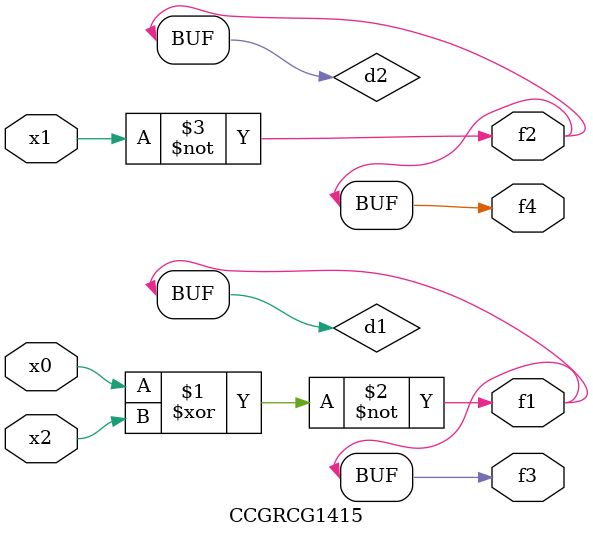
<source format=v>
module CCGRCG1415(
	input x0, x1, x2,
	output f1, f2, f3, f4
);

	wire d1, d2, d3;

	xnor (d1, x0, x2);
	nand (d2, x1);
	nor (d3, x1, x2);
	assign f1 = d1;
	assign f2 = d2;
	assign f3 = d1;
	assign f4 = d2;
endmodule

</source>
